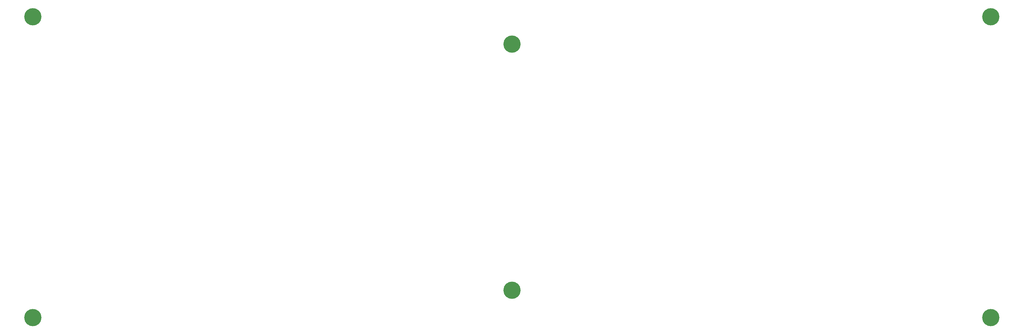
<source format=gbr>
G04 #@! TF.GenerationSoftware,KiCad,Pcbnew,(5.1.4)-1*
G04 #@! TF.CreationDate,2020-10-25T14:57:47-07:00*
G04 #@! TF.ProjectId,bottom,626f7474-6f6d-42e6-9b69-6361645f7063,rev?*
G04 #@! TF.SameCoordinates,Original*
G04 #@! TF.FileFunction,Copper,L1,Top*
G04 #@! TF.FilePolarity,Positive*
%FSLAX46Y46*%
G04 Gerber Fmt 4.6, Leading zero omitted, Abs format (unit mm)*
G04 Created by KiCad (PCBNEW (5.1.4)-1) date 2020-10-25 14:57:47*
%MOMM*%
%LPD*%
G04 APERTURE LIST*
%ADD10C,0.500000*%
%ADD11C,4.000000*%
G04 APERTURE END LIST*
D10*
X47097500Y-30690000D03*
X44977500Y-30690000D03*
X44977500Y-32810000D03*
X47097500Y-32810000D03*
X46037500Y-30250000D03*
X46037500Y-33250000D03*
X44537500Y-31750000D03*
X47537500Y-31750000D03*
D11*
X46037500Y-31750000D03*
D10*
X158222500Y-37040000D03*
X156102500Y-37040000D03*
X156102500Y-39160000D03*
X158222500Y-39160000D03*
X157162500Y-36600000D03*
X157162500Y-39600000D03*
X155662500Y-38100000D03*
X158662500Y-38100000D03*
D11*
X157162500Y-38100000D03*
D10*
X269347500Y-30690000D03*
X267227500Y-30690000D03*
X267227500Y-32810000D03*
X269347500Y-32810000D03*
X268287500Y-30250000D03*
X268287500Y-33250000D03*
X266787500Y-31750000D03*
X269787500Y-31750000D03*
D11*
X268287500Y-31750000D03*
D10*
X269347500Y-100540000D03*
X267227500Y-100540000D03*
X267227500Y-102660000D03*
X269347500Y-102660000D03*
X268287500Y-100100000D03*
X268287500Y-103100000D03*
X266787500Y-101600000D03*
X269787500Y-101600000D03*
D11*
X268287500Y-101600000D03*
D10*
X158222500Y-94190000D03*
X156102500Y-94190000D03*
X156102500Y-96310000D03*
X158222500Y-96310000D03*
X157162500Y-93750000D03*
X157162500Y-96750000D03*
X155662500Y-95250000D03*
X158662500Y-95250000D03*
D11*
X157162500Y-95250000D03*
D10*
X47097500Y-100540000D03*
X44977500Y-100540000D03*
X44977500Y-102660000D03*
X47097500Y-102660000D03*
X46037500Y-100100000D03*
X46037500Y-103100000D03*
X44537500Y-101600000D03*
X47537500Y-101600000D03*
D11*
X46037500Y-101600000D03*
M02*

</source>
